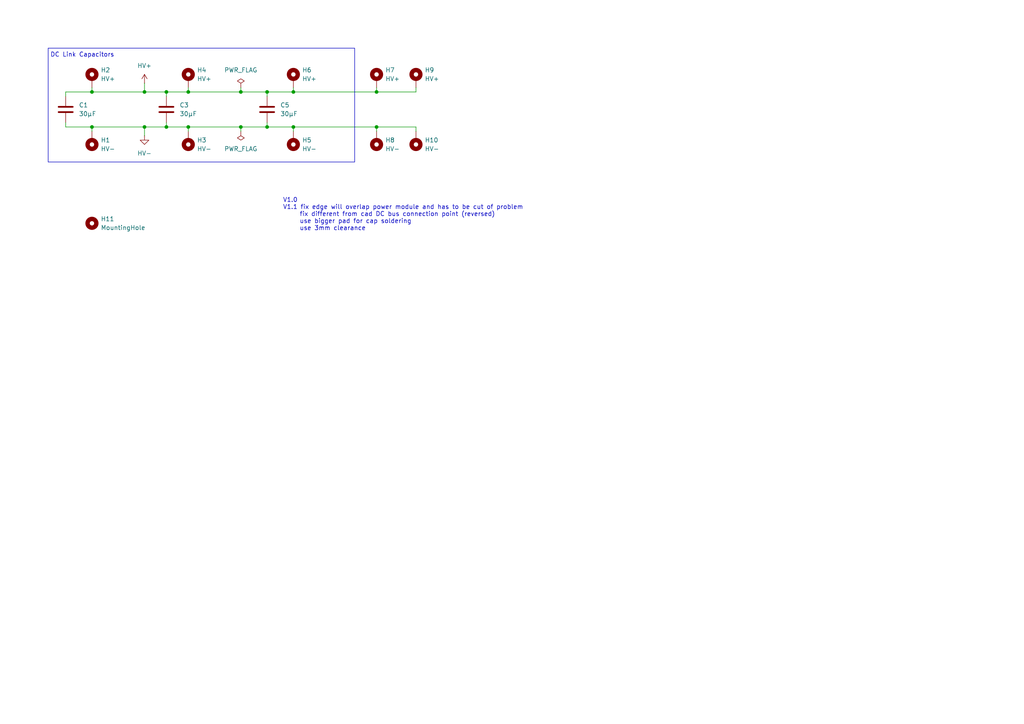
<source format=kicad_sch>
(kicad_sch (version 20231120) (generator "eeschema") (generator_version "8.0")
  (paper "A4")
  (title_block (title "INV_DClinkCap2") (date "2025-08-12") (rev "1.1") (company "NTURacing") (comment 1 "Jack Kuo") (comment 2 "Powertrain"))
  (lib_symbols
    (symbol "Device:C" (pin_numbers hide) (pin_names (offset 0.254))
      (property "Reference" "C" (at 0.635 2.54 0))
      (property "Value" "C" (at 0.635 -2.54 0))
      (symbol "C_0_1"
        (polyline (pts (xy -2.032 -0.762) (xy 2.032 -0.762)) (stroke (width 0.508)))
        (polyline (pts (xy -2.032 0.762) (xy 2.032 0.762)) (stroke (width 0.508)))
      )
      (symbol "C_1_1"
        (pin passive line (at 0 3.81 270) (length 2.794) (name "~") (number "1"))
        (pin passive line (at 0 -3.81 90) (length 2.794) (name "~") (number "2"))
      )
    )
    (symbol "Mechanical:MountingHole" (pin_names (offset 1.016)) (exclude_from_sim yes) (in_bom no)
      (property "Reference" "H" (at 0 5.08 0))
      (property "Value" "MountingHole" (at 0 3.175 0))
      (symbol "MountingHole_0_1"
        (circle (center 0 0) (radius 1.27) (stroke (width 1.27)))
      )
    )
    (symbol "Mechanical:MountingHole_Pad" (pin_numbers hide) (pin_names (offset 1.016) hide) (exclude_from_sim yes) (in_bom no)
      (property "Reference" "H" (at 0 6.35 0))
      (property "Value" "MountingHole_Pad" (at 0 4.445 0))
      (symbol "MountingHole_Pad_0_1"
        (circle (center 0 1.27) (radius 1.27) (stroke (width 1.27)))
      )
      (symbol "MountingHole_Pad_1_1"
        (pin input line (at 0 -2.54 90) (length 2.54) (name "1") (number "1"))
      )
    )
    (symbol "power:GND" (power) (pin_numbers hide) (pin_names (offset 0) hide)
      (property "Value" "GND" (at 0 -3.81 0))
      (symbol "GND_0_1"
        (polyline (pts (xy 0 0) (xy 0 -1.27) (xy 1.27 -1.27) (xy 0 -2.54) (xy -1.27 -1.27) (xy 0 -1.27)))
      )
      (symbol "GND_1_1"
        (pin power_in line (at 0 0 270) (length 0) (name "~") (number "1"))
      )
    )
    (symbol "power:PWR_FLAG" (power) (pin_numbers hide) (pin_names (offset 0) hide)
      (property "Value" "PWR_FLAG" (at 0 3.81 0))
      (symbol "PWR_FLAG_0_0"
        (pin power_out line (at 0 0 90) (length 0) (name "~") (number "1"))
      )
      (symbol "PWR_FLAG_0_1"
        (polyline (pts (xy 0 0) (xy 0 1.27) (xy -1.016 1.905) (xy 0 2.54) (xy 1.016 1.905) (xy 0 1.27)))
      )
    )
    (symbol "power:VCC" (power) (pin_numbers hide) (pin_names (offset 0) hide)
      (property "Value" "VCC" (at 0 3.556 0))
      (symbol "VCC_0_1"
        (polyline (pts (xy -0.762 1.27) (xy 0 2.54)))
        (polyline (pts (xy 0 0) (xy 0 2.54)))
        (polyline (pts (xy 0 2.54) (xy 0.762 1.27)))
      )
      (symbol "VCC_1_1"
        (pin power_in line (at 0 0 90) (length 0) (name "~") (number "1"))
      )
    )
  )
  (junction (at 77.47 36.83))
  (junction (at 54.61 26.67))
  (junction (at 109.22 26.67))
  (junction (at 109.22 36.83))
  (junction (at 48.26 26.67))
  (junction (at 85.09 26.67))
  (junction (at 69.85 36.83))
  (junction (at 26.67 36.83))
  (junction (at 41.91 26.67))
  (junction (at 77.47 26.67))
  (junction (at 41.91 36.83))
  (junction (at 48.26 36.83))
  (junction (at 85.09 36.83))
  (junction (at 26.67 26.67))
  (junction (at 69.85 26.67))
  (junction (at 54.61 36.83))
  (wire (pts (xy 120.65 38.1) (xy 120.65 36.83)))
  (wire (pts (xy 54.61 26.67) (xy 69.85 26.67)))
  (wire (pts (xy 48.26 35.56) (xy 48.26 36.83)))
  (wire (pts (xy 41.91 24.13) (xy 41.91 26.67)))
  (wire (pts (xy 26.67 25.4) (xy 26.67 26.67)))
  (wire (pts (xy 48.26 26.67) (xy 48.26 27.94)))
  (wire (pts (xy 54.61 36.83) (xy 48.26 36.83)))
  (wire (pts (xy 69.85 38.1) (xy 69.85 36.83)))
  (wire (pts (xy 69.85 26.67) (xy 77.47 26.67)))
  (wire (pts (xy 41.91 26.67) (xy 48.26 26.67)))
  (wire (pts (xy 26.67 36.83) (xy 41.91 36.83)))
  (wire (pts (xy 120.65 36.83) (xy 109.22 36.83)))
  (wire (pts (xy 77.47 26.67) (xy 77.47 27.94)))
  (wire (pts (xy 26.67 26.67) (xy 19.05 26.67)))
  (wire (pts (xy 85.09 36.83) (xy 77.47 36.83)))
  (wire (pts (xy 26.67 36.83) (xy 19.05 36.83)))
  (wire (pts (xy 54.61 26.67) (xy 48.26 26.67)))
  (wire (pts (xy 120.65 26.67) (xy 109.22 26.67)))
  (wire (pts (xy 26.67 38.1) (xy 26.67 36.83)))
  (wire (pts (xy 109.22 38.1) (xy 109.22 36.83)))
  (wire (pts (xy 54.61 36.83) (xy 69.85 36.83)))
  (wire (pts (xy 85.09 26.67) (xy 109.22 26.67)))
  (wire (pts (xy 69.85 25.4) (xy 69.85 26.67)))
  (wire (pts (xy 120.65 25.4) (xy 120.65 26.67)))
  (wire (pts (xy 109.22 26.67) (xy 109.22 25.4)))
  (wire (pts (xy 85.09 36.83) (xy 109.22 36.83)))
  (wire (pts (xy 54.61 25.4) (xy 54.61 26.67)))
  (wire (pts (xy 26.67 26.67) (xy 41.91 26.67)))
  (wire (pts (xy 19.05 35.56) (xy 19.05 36.83)))
  (wire (pts (xy 77.47 26.67) (xy 85.09 26.67)))
  (wire (pts (xy 41.91 36.83) (xy 48.26 36.83)))
  (wire (pts (xy 85.09 38.1) (xy 85.09 36.83)))
  (wire (pts (xy 77.47 35.56) (xy 77.47 36.83)))
  (wire (pts (xy 41.91 39.37) (xy 41.91 36.83)))
  (wire (pts (xy 85.09 25.4) (xy 85.09 26.67)))
  (wire (pts (xy 19.05 26.67) (xy 19.05 27.94)))
  (wire (pts (xy 69.85 36.83) (xy 77.47 36.83)))
  (wire (pts (xy 54.61 38.1) (xy 54.61 36.83)))
  (rectangle (start 13.97 13.97) (end 102.87 46.99))
  (text "V1.0\nV1.1 fix edge will overlap power module and has to be cut of problem\n     fix different from cad DC bus connection point (reversed)\n     use bigger pad for cap soldering\n     use 3mm clearance" (at 82.042 57.404 0) (effects (font (size 1.27 1.27)) (justify left top)))
  (text "DC Link Capacitors" (at 23.876 16.002 0) (effects (font (size 1.27 1.27))))
  (symbol (lib_id "Device:C") (at 77.47 31.75 0) (unit 1)
    (property "Reference" "C5" (at 81.28 30.4799 0) (effects (justify left)))
    (property "Value" "30µF" (at 81.28 33.0199 0) (effects (justify left)))
    (property "Footprint" "nturt_kicad_lib_EP6:C4AQJBW5300M3JJ" (effects (hide yes)))
    (property "Description" "Unpolarized capacitor" (effects (hide yes)))
  )
  (symbol (lib_id "Mechanical:MountingHole_Pad") (at 109.22 40.64 180) (unit 1) (exclude_from_sim yes) (in_bom no)
    (property "Reference" "H8" (at 111.76 40.6399 0) (effects (justify right)))
    (property "Value" "HV-" (at 111.76 43.1799 0) (effects (justify right)))
    (property "Footprint" "nturt_kicad_lib_EP6:MountingHole_5.5mm_Pad_Via_15mm_square" (effects (hide yes)))
    (property "Description" "Mounting Hole with connection" (effects (hide yes)))
  )
  (symbol (lib_id "Device:C") (at 19.05 31.75 0) (unit 1)
    (property "Reference" "C1" (at 22.86 30.4799 0) (effects (justify left)))
    (property "Value" "30µF" (at 22.86 33.0199 0) (effects (justify left)))
    (property "Footprint" "nturt_kicad_lib_EP6:C4AQJBW5300M3JJ" (effects (hide yes)))
    (property "Description" "Unpolarized capacitor" (effects (hide yes)))
  )
  (symbol (lib_id "power:PWR_FLAG") (at 69.85 38.1 180) (unit 1)
    (property "Reference" "#FLG02" (effects (hide yes)))
    (property "Value" "PWR_FLAG" (at 69.85 43.18 0))
    (property "Description" "Special symbol for telling ERC where power comes from" (effects (hide yes)))
  )
  (symbol (lib_id "power:VCC") (at 41.91 24.13 0) (unit 1)
    (property "Reference" "#PWR01" (effects (hide yes)))
    (property "Value" "HV+" (at 41.91 19.05 0))
    (property "Description" "Power symbol creates a global label with name \"VCC\"" (effects (hide yes)))
  )
  (symbol (lib_id "Mechanical:MountingHole_Pad") (at 26.67 40.64 180) (unit 1) (exclude_from_sim yes) (in_bom no)
    (property "Reference" "H1" (at 29.21 40.6399 0) (effects (justify right)))
    (property "Value" "HV-" (at 29.21 43.1799 0) (effects (justify right)))
    (property "Footprint" "nturt_kicad_lib_EP6:MountingHole_5.5mm_Pad_Via_15mm_square" (effects (hide yes)))
    (property "Description" "Mounting Hole with connection" (effects (hide yes)))
  )
  (symbol (lib_id "Mechanical:MountingHole_Pad") (at 120.65 22.86 0) (unit 1) (exclude_from_sim yes) (in_bom no)
    (property "Reference" "H9" (at 123.19 20.3199 0) (effects (justify left)))
    (property "Value" "HV+" (at 123.19 22.8599 0) (effects (justify left)))
    (property "Footprint" "nturt_kicad_lib_EP6:MountingHole_5.5mm_Pad_Via_15mm_square" (effects (hide yes)))
    (property "Description" "Mounting Hole with connection" (effects (hide yes)))
  )
  (symbol (lib_id "Mechanical:MountingHole_Pad") (at 109.22 22.86 0) (unit 1) (exclude_from_sim yes) (in_bom no)
    (property "Reference" "H7" (at 111.76 20.3199 0) (effects (justify left)))
    (property "Value" "HV+" (at 111.76 22.8599 0) (effects (justify left)))
    (property "Footprint" "nturt_kicad_lib_EP6:MountingHole_5.5mm_Pad_Via_15mm_square" (effects (hide yes)))
    (property "Description" "Mounting Hole with connection" (effects (hide yes)))
  )
  (symbol (lib_id "Mechanical:MountingHole_Pad") (at 120.65 40.64 180) (unit 1) (exclude_from_sim yes) (in_bom no)
    (property "Reference" "H10" (at 123.19 40.6399 0) (effects (justify right)))
    (property "Value" "HV-" (at 123.19 43.1799 0) (effects (justify right)))
    (property "Footprint" "nturt_kicad_lib_EP6:MountingHole_5.5mm_Pad_Via_15mm_square" (effects (hide yes)))
    (property "Description" "Mounting Hole with connection" (effects (hide yes)))
  )
  (symbol (lib_id "Device:C") (at 48.26 31.75 0) (unit 1)
    (property "Reference" "C3" (at 52.07 30.4799 0) (effects (justify left)))
    (property "Value" "30µF" (at 52.07 33.0199 0) (effects (justify left)))
    (property "Footprint" "nturt_kicad_lib_EP6:C4AQJBW5300M3JJ" (effects (hide yes)))
    (property "Description" "Unpolarized capacitor" (effects (hide yes)))
  )
  (symbol (lib_id "power:GND") (at 41.91 39.37 0) (unit 1)
    (property "Reference" "#PWR02" (effects (hide yes)))
    (property "Value" "HV-" (at 41.91 44.45 0))
    (property "Description" "Power symbol creates a global label with name \"GND\" , ground" (effects (hide yes)))
  )
  (symbol (lib_id "Mechanical:MountingHole_Pad") (at 26.67 22.86 0) (unit 1) (exclude_from_sim yes) (in_bom no)
    (property "Reference" "H2" (at 29.21 20.3199 0) (effects (justify left)))
    (property "Value" "HV+" (at 29.21 22.8599 0) (effects (justify left)))
    (property "Footprint" "nturt_kicad_lib_EP6:MountingHole_5.5mm_Pad_Via_15mm_square" (effects (hide yes)))
    (property "Description" "Mounting Hole with connection" (effects (hide yes)))
  )
  (symbol (lib_id "Mechanical:MountingHole_Pad") (at 85.09 40.64 180) (unit 1) (exclude_from_sim yes) (in_bom no)
    (property "Reference" "H5" (at 87.63 40.6399 0) (effects (justify right)))
    (property "Value" "HV-" (at 87.63 43.1799 0) (effects (justify right)))
    (property "Footprint" "nturt_kicad_lib_EP6:MountingHole_5.5mm_Pad_Via_15mm_square" (effects (hide yes)))
    (property "Description" "Mounting Hole with connection" (effects (hide yes)))
  )
  (symbol (lib_id "Mechanical:MountingHole_Pad") (at 54.61 40.64 180) (unit 1) (exclude_from_sim yes) (in_bom no)
    (property "Reference" "H3" (at 57.15 40.6399 0) (effects (justify right)))
    (property "Value" "HV-" (at 57.15 43.1799 0) (effects (justify right)))
    (property "Footprint" "nturt_kicad_lib_EP6:MountingHole_5.5mm_Pad_Via_15mm_square" (effects (hide yes)))
    (property "Description" "Mounting Hole with connection" (effects (hide yes)))
  )
  (symbol (lib_id "Mechanical:MountingHole") (at 26.67 64.77 0) (unit 1) (exclude_from_sim yes) (in_bom no)
    (property "Reference" "H11" (at 29.21 63.5 0) (effects (justify left)))
    (property "Value" "MountingHole" (at 29.21 66.04 0) (effects (justify left)))
    (property "Footprint" "MountingHole:MountingHole_3.2mm_M3" (effects (hide yes)))
    (property "Description" "Mounting Hole without connection" (effects (hide yes)))
  )
  (symbol (lib_id "Mechanical:MountingHole_Pad") (at 85.09 22.86 0) (unit 1) (exclude_from_sim yes) (in_bom no)
    (property "Reference" "H6" (at 87.63 20.3199 0) (effects (justify left)))
    (property "Value" "HV+" (at 87.63 22.8599 0) (effects (justify left)))
    (property "Footprint" "nturt_kicad_lib_EP6:MountingHole_5.5mm_Pad_Via_15mm_square" (effects (hide yes)))
    (property "Description" "Mounting Hole with connection" (effects (hide yes)))
  )
  (symbol (lib_id "power:PWR_FLAG") (at 69.85 25.4 0) (unit 1)
    (property "Reference" "#FLG01" (effects (hide yes)))
    (property "Value" "PWR_FLAG" (at 69.85 20.32 0))
    (property "Description" "Special symbol for telling ERC where power comes from" (effects (hide yes)))
  )
  (symbol (lib_id "Mechanical:MountingHole_Pad") (at 54.61 22.86 0) (unit 1) (exclude_from_sim yes) (in_bom no)
    (property "Reference" "H4" (at 57.15 20.3199 0) (effects (justify left)))
    (property "Value" "HV+" (at 57.15 22.8599 0) (effects (justify left)))
    (property "Footprint" "nturt_kicad_lib_EP6:MountingHole_5.5mm_Pad_Via_15mm_square" (effects (hide yes)))
    (property "Description" "Mounting Hole with connection" (effects (hide yes)))
  )
)
</source>
